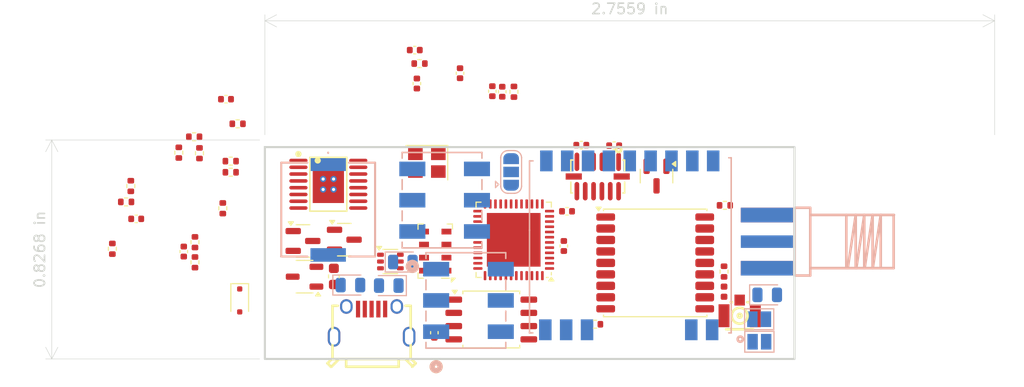
<source format=kicad_pcb>
(kicad_pcb (version 20241229) (generator "pcbnew") (generator_version "9.0")
  (layers (0 "F.Cu" signal) (4 "In1.Cu" signal) (6 "In2.Cu" signal) (2 "B.Cu" signal) (13 "F.Paste" user) (15 "B.Paste" user) (5 "F.SilkS" user "F.Silkscreen") (7 "B.SilkS" user "B.Silkscreen") (1 "F.Mask" user) (3 "B.Mask" user) (25 "Edge.Cuts" user))
  (net 0 "")
  (net 1 "GND")
  (net 2 "Net-(AE1-A)")
  (net 3 "+BATT")
  (net 4 "+3V3")
  (net 5 "/XIN")
  (net 6 "Net-(U1-VDDCORE)")
  (net 7 "/XOUT")
  (net 8 "Net-(AE2-A)")
  (net 9 "Net-(D5-A)")
  (net 10 "Net-(D5-K)")
  (net 11 "Net-(L1-Pad1)")
  (net 12 "Net-(U6-V_BCKP)")
  (net 18 "Net-(D1-A)")
  (net 19 "VBUS")
  (net 20 "Net-(D2-K)")
  (net 21 "/led_red")
  (net 22 "Net-(D3-K)")
  (net 23 "Net-(D4-K)")
  (net 24 "/led_green")
  (net 26 "/BATT POSTSW")
  (net 27 "/fet_a")
  (net 29 "/USB_D-")
  (net 30 "/USB_D+")
  (net 32 "/swclk")
  (net 33 "/reset_n")
  (net 34 "/swdio")
  (net 35 "Net-(R15-Pad1)")
  (net 36 "/ATSAM D+")
  (net 37 "/ATSAM D-")
  (net 38 "/fire_a")
  (net 39 "Net-(R17-Pad1)")
  (net 40 "/fire_b")
  (net 41 "/sense_a")
  (net 42 "/v_batt")
  (net 43 "/radio_marc_int")
  (net 44 "/rx1")
  (net 45 "/tx1")
  (net 46 "/cs_comp_1")
  (net 47 "/accel_int1")
  (net 48 "/accel_int2")
  (net 49 "/sense_b")
  (net 51 "/cs_accel")
  (net 52 "/mosi5")
  (net 53 "/sck0")
  (net 54 "/beeper")
  (net 55 "/cs_radio")
  (net 57 "/cs_flash")
  (net 58 "/cs_comp_0")
  (net 59 "/mosi3")
  (net 60 "/sck5")
  (net 62 "/cs_pres")
  (net 63 "/sck3")
  (net 64 "/miso0")
  (net 65 "/radio_int")
  (net 66 "/miso3")
  (net 67 "/miso5")
  (net 68 "/mosi0")
  (net 69 "Net-(JP2-C)")
  (net 74 "/VCC_RF")
  (net 75 "/fet_b")
  (net 76 "Net-(U9-CL)")
  (footprint "Diode_SMD:D_SOD-323F" (layer "F.Cu") (at 128.8034 105.9434 -90)
    (property "Reference" "D2" (hide yes))
    (property "Value" "D_Schottky")
    (pad "1" smd roundrect (at -1.1 0 270) (size 0.5 0.5) (layers "F.Cu" "F.Mask" "F.Paste") (net 20 "Net-(D2-K)"))
    (pad "2" smd roundrect (at 1.1 0 270) (size 0.5 0.5) (layers "F.Cu" "F.Mask" "F.Paste") (net 19 "VBUS"))
  )
  (footprint "Capacitor_SMD:C_0402_1005Metric" (layer "F.Cu") (at 160.1978 97.393)
    (property "Reference" "C8" (hide yes))
    (property "Value" "100n")
    (pad "1" smd roundrect (at -0.48 0) (size 0.56 0.62) (layers "F.Cu" "F.Mask" "F.Paste") (net 4 "+3V3"))
    (pad "2" smd roundrect (at 0.48 0) (size 0.56 0.62) (layers "F.Cu" "F.Mask" "F.Paste") (net 1 "GND"))
  )
  (footprint "Crystal:Crystal_SMD_3225-4Pin_3.2x2.5mm" (layer "F.Cu") (at 146.7534 92.733 180)
    (property "Reference" "Y1" (hide yes))
    (property "Value" "X322516MLB4SI")
    (pad "1" smd rect (at -1.1 0.85 180) (size 1.4 1.2) (layers "F.Cu" "F.Mask" "F.Paste") (net 5 "/XIN"))
    (pad "2" smd rect (at 1.1 0.85 180) (size 1.4 1.2) (layers "F.Cu" "F.Mask" "F.Paste") (net 1 "GND"))
    (pad "3" smd rect (at 1.1 -0.85 180) (size 1.4 1.2) (layers "F.Cu" "F.Mask" "F.Paste") (net 7 "/XOUT"))
    (pad "4" smd rect (at -1.1 -0.85 180) (size 1.4 1.2) (layers "F.Cu" "F.Mask" "F.Paste") (net 1 "GND"))
  )
  (footprint "Resistor_SMD:R_0402_1005Metric" (layer "F.Cu") (at 127.1804 97.1042 -90)
    (property "Reference" "R20" (hide yes))
    (property "Value" "100k")
    (pad "1" smd roundrect (at -0.51 0 270) (size 0.54 0.64) (layers "F.Cu" "F.Mask" "F.Paste") (net 3 "+BATT"))
    (pad "2" smd roundrect (at 0.51 0 270) (size 0.54 0.64) (layers "F.Cu" "F.Mask" "F.Paste") (net 75 "/fet_b"))
  )
  (footprint "Package_SO:SOIC-8_5.23x5.23mm_P1.27mm" (layer "F.Cu") (at 152.9334 107.7722)
    (property "Reference" "U3" (hide yes))
    (property "Value" "W25Q128JVS")
    (pad "1" smd roundrect (at -3.6 -1.905) (size 1.6 0.6) (layers "F.Cu" "F.Mask" "F.Paste") (net 57 "/cs_flash"))
    (pad "2" smd roundrect (at -3.6 -0.635) (size 1.6 0.6) (layers "F.Cu" "F.Mask" "F.Paste") (net 67 "/miso5"))
    (pad "3" smd roundrect (at -3.6 0.635) (size 1.6 0.6) (layers "F.Cu" "F.Mask" "F.Paste") (net 4 "+3V3"))
    (pad "4" smd roundrect (at -3.6 1.905) (size 1.6 0.6) (layers "F.Cu" "F.Mask" "F.Paste") (net 4 "+3V3"))
    (pad "5" smd roundrect (at 3.6 1.905) (size 1.6 0.6) (layers "F.Cu" "F.Mask" "F.Paste") (net 52 "/mosi5"))
    (pad "6" smd roundrect (at 3.6 0.635) (size 1.6 0.6) (layers "F.Cu" "F.Mask" "F.Paste") (net 60 "/sck5"))
    (pad "7" smd roundrect (at 3.6 -0.635) (size 1.6 0.6) (layers "F.Cu" "F.Mask" "F.Paste") (net 4 "+3V3"))
    (pad "8" smd roundrect (at 3.6 -1.905) (size 1.6 0.6) (layers "F.Cu" "F.Mask" "F.Paste") (net 4 "+3V3"))
  )
  (footprint "Resistor_SMD:R_0402_1005Metric" (layer "F.Cu") (at 162.8882 108.2294 180)
    (property "Reference" "R7" (hide yes))
    (property "Value" "56k")
    (pad "1" smd roundrect (at -0.51 0 180) (size 0.54 0.64) (layers "F.Cu" "F.Mask" "F.Paste") (net 12 "Net-(U6-V_BCKP)"))
    (pad "2" smd roundrect (at 0.51 0 180) (size 0.54 0.64) (layers "F.Cu" "F.Mask" "F.Paste") (net 3 "+BATT"))
  )
  (footprint "Capacitor_SMD:C_0402_1005Metric" (layer "F.Cu") (at 147.4724 109.0422 90)
    (property "Reference" "C14" (hide yes))
    (property "Value" "100n")
    (pad "1" smd roundrect (at -0.48 0 90) (size 0.56 0.62) (layers "F.Cu" "F.Mask" "F.Paste") (net 4 "+3V3"))
    (pad "2" smd roundrect (at 0.48 0 90) (size 0.56 0.62) (layers "F.Cu" "F.Mask" "F.Paste") (net 1 "GND"))
  )
  (footprint "Package_TO_SOT_SMD:SOT-23-3" (layer "F.Cu") (at 135.0217 103.6666 180)
    (property "Reference" "U8" (hide yes))
    (property "Value" "XC6206P332MR")
    (pad "1" smd roundrect (at -1.1375 -0.95 180) (size 1.325 0.6) (layers "F.Cu" "F.Mask" "F.Paste") (net 1 "GND"))
    (pad "2" smd roundrect (at -1.1375 0.95 180) (size 1.325 0.6) (layers "F.Cu" "F.Mask" "F.Paste") (net 3 "+BATT"))
    (pad "3" smd roundrect (at 1.1375 0 180) (size 1.325 0.6) (layers "F.Cu" "F.Mask" "F.Paste") (net 4 "+3V3"))
  )
  (footprint "Resistor_SMD:R_0402_1005Metric" (layer "F.Cu") (at 122.9614 91.7702 -90)
    (property "Reference" "R19" (hide yes))
    (property "Value" "100k")
    (pad "1" smd roundrect (at -0.51 0 270) (size 0.54 0.64) (layers "F.Cu" "F.Mask" "F.Paste") (net 3 "+BATT"))
    (pad "2" smd roundrect (at 0.51 0 270) (size 0.54 0.64) (layers "F.Cu" "F.Mask" "F.Paste") (net 27 "/fet_a"))
  )
  (footprint "Capacitor_SMD:C_0402_1005Metric" (layer "F.Cu") (at 164.719 91.0938 180)
    (property "Reference" "C13" (hide yes))
    (property "Value" "100n")
    (pad "1" smd roundrect (at -0.48 0 180) (size 0.56 0.62) (layers "F.Cu" "F.Mask" "F.Paste") (net 4 "+3V3"))
    (pad "2" smd roundrect (at 0.48 0 180) (size 0.56 0.62) (layers "F.Cu" "F.Mask" "F.Paste") (net 1 "GND"))
  )
  (footprint "Resistor_SMD:R_0402_1005Metric" (layer "F.Cu") (at 124.9426 91.821 90)
    (property "Reference" "R15" (hide yes))
    (property "Value" "100k")
    (pad "1" smd roundrect (at -0.51 0 90) (size 0.54 0.64) (layers "F.Cu" "F.Mask" "F.Paste") (net 35 "Net-(R15-Pad1)"))
    (pad "2" smd roundrect (at 0.51 0 90) (size 0.54 0.64) (layers "F.Cu" "F.Mask" "F.Paste") (net 41 "/sense_a"))
  )
  (footprint "Resistor_SMD:R_0402_1005Metric" (layer "F.Cu") (at 155.1072 85.929 -90)
    (property "Reference" "R4" (hide yes))
    (property "Value" "1k")
    (pad "1" smd roundrect (at -0.51 0 270) (size 0.54 0.64) (layers "F.Cu" "F.Mask" "F.Paste") (net 1 "GND"))
    (pad "2" smd roundrect (at 0.51 0 270) (size 0.54 0.64) (layers "F.Cu" "F.Mask" "F.Paste") (net 22 "Net-(D3-K)"))
  )
  (footprint "Resistor_SMD:R_0402_1005Metric" (layer "F.Cu") (at 116.586 100.9904 90)
    (property "Reference" "R25" (hide yes))
    (property "Value" "1k")
    (pad "1" smd roundrect (at -0.51 0 90) (size 0.54 0.64) (layers "F.Cu" "F.Mask" "F.Paste") (net 1 "GND"))
    (pad "2" smd roundrect (at 0.51 0 90) (size 0.54 0.64) (layers "F.Cu" "F.Mask" "F.Paste") (net 76 "Net-(U9-CL)"))
  )
  (footprint "Capacitor_SMD:C_0402_1005Metric" (layer "F.Cu") (at 123.4374 101.2556 -90)
    (property "Reference" "C1" (hide yes))
    (property "Value" "1u")
    (pad "1" smd roundrect (at -0.48 0 270) (size 0.56 0.62) (layers "F.Cu" "F.Mask" "F.Paste") (net 3 "+BATT"))
    (pad "2" smd roundrect (at 0.48 0 270) (size 0.56 0.62) (layers "F.Cu" "F.Mask" "F.Paste") (net 1 "GND"))
  )
  (footprint "Resistor_SMD:R_0402_1005Metric" (layer "F.Cu") (at 175.3382 96.8248)
    (property "Reference" "R6" (hide yes))
    (property "Value" "1k")
    (pad "1" smd roundrect (at -0.51 0) (size 0.54 0.64) (layers "F.Cu" "F.Mask" "F.Paste") (net 1 "GND"))
    (pad "2" smd roundrect (at 0.51 0) (size 0.54 0.64) (layers "F.Cu" "F.Mask" "F.Paste") (net 10 "Net-(D5-K)"))
  )
  (footprint "Package_TO_SOT_SMD:SOT-23" (layer "F.Cu") (at 138.8342 100.1166)
    (property "Reference" "Q1" (hide yes))
    (property "Value" "AO3401A")
    (pad "1" smd roundrect (at -0.9375 -0.95) (size 1.475 0.6) (layers "F.Cu" "F.Mask" "F.Paste") (net 19 "VBUS"))
    (pad "2" smd roundrect (at -0.9375 0.95) (size 1.475 0.6) (layers "F.Cu" "F.Mask" "F.Paste") (net 20 "Net-(D2-K)"))
    (pad "3" smd roundrect (at 0.9375 0) (size 1.475 0.6) (layers "F.Cu" "F.Mask" "F.Paste") (net 26 "/BATT POSTSW"))
  )
  (footprint "Capacitor_SMD:C_0402_1005Metric" (layer "F.Cu") (at 145.796 85.1382 90)
    (property "Reference" "C4" (hide yes))
    (property "Value" "1u")
    (pad "1" smd roundrect (at -0.48 0 90) (size 0.56 0.62) (layers "F.Cu" "F.Mask" "F.Paste") (net 4 "+3V3"))
    (pad "2" smd roundrect (at 0.48 0 90) (size 0.56 0.62) (layers "F.Cu" "F.Mask" "F.Paste") (net 1 "GND"))
  )
  (footprint "Capacitor_SMD:C_0402_1005Metric" (layer "F.Cu") (at 127.4866 86.6412 180)
    (property "Reference" "C11" (hide yes))
    (property "Value" "12p")
    (pad "1" smd roundrect (at -0.48 0 180) (size 0.56 0.62) (layers "F.Cu" "F.Mask" "F.Paste") (net 7 "/XOUT"))
    (pad "2" smd roundrect (at 0.48 0 180) (size 0.56 0.62) (layers "F.Cu" "F.Mask" "F.Paste") (net 1 "GND"))
  )
  (footprint "Resistor_SMD:R_0402_1005Metric" (layer "F.Cu") (at 127.9398 92.583)
    (property "Reference" "R3" (hide yes))
    (property "Value" "33")
    (pad "1" smd roundrect (at -0.51 0) (size 0.54 0.64) (layers "F.Cu" "F.Mask" "F.Paste") (net 29 "/USB_D-"))
    (pad "2" smd roundrect (at 0.51 0) (size 0.54 0.64) (layers "F.Cu" "F.Mask" "F.Paste") (net 37 "/ATSAM D-"))
  )
  (footprint "Capacitor_SMD:C_0402_1005Metric" (layer "F.Cu") (at 145.5942 81.9304)
    (property "Reference" "C9" (hide yes))
    (property "Value" "12p")
    (pad "1" smd roundrect (at -0.48 0) (size 0.56 0.62) (layers "F.Cu" "F.Mask" "F.Paste") (net 5 "/XIN"))
    (pad "2" smd roundrect (at 0.48 0) (size 0.56 0.62) (layers "F.Cu" "F.Mask" "F.Paste") (net 1 "GND"))
  )
  (footprint "Package_TO_SOT_SMD:SOT-363_SC-70-6" (layer "F.Cu") (at 143.256 102.2116)
    (property "Reference" "U10" (hide yes))
    (property "Value" "74LVC2G14")
    (pad "1" smd roundrect (at -0.95 -0.65) (size 0.65 0.4) (layers "F.Cu" "F.Mask" "F.Paste") (net 27 "/fet_a"))
    (pad "2" smd roundrect (at -0.95 0) (size 0.65 0.4) (layers "F.Cu" "F.Mask" "F.Paste") (net 1 "GND"))
    (pad "3" smd roundrect (at -0.95 0.65) (size 0.65 0.4) (layers "F.Cu" "F.Mask" "F.Paste") (net 75 "/fet_b"))
    (pad "4" smd roundrect (at 0.95 0.65) (size 0.65 0.4) (layers "F.Cu" "F.Mask" "F.Paste") (net 39 "Net-(R17-Pad1)"))
    (pad "5" smd roundrect (at 0.95 0) (size 0.65 0.4) (layers "F.Cu" "F.Mask" "F.Paste") (net 3 "+BATT"))
    (pad "6" smd roundrect (at 0.95 -0.65) (size 0.65 0.4) (layers "F.Cu" "F.Mask" "F.Paste") (net 35 "Net-(R15-Pad1)"))
  )
  (footprint ".pretty:HTSSOP-16_L5.0-W4.4-P0.65-LS6.4-BL-EP-A" (layer "F.Cu") (at 137.3044 94.8008 -90)
    (property "Reference" "U9" (hide yes))
    (property "Value" "TPS2H160BQPWPRQ1")
    (pad "" thru_hole circle (at -0.5 -0.5 270) (size 0.61 0.61) (drill 0.3) (layers "*.Cu" "*.Paste" "*.Mask"))
    (pad "" thru_hole circle (at -0.5 0.5 270) (size 0.61 0.61) (drill 0.3) (layers "*.Cu" "*.Paste" "*.Mask"))
    (pad "" thru_hole circle (at 0.5 -0.5 270) (size 0.61 0.61) (drill 0.3) (layers "*.Cu" "*.Paste" "*.Mask"))
    (pad "" thru_hole circle (at 0.5 0.5 270) (size 0.61 0.61) (drill 0.3) (layers "*.Cu" "*.Paste" "*.Mask"))
    (pad "1" smd oval (at -2.28 2.87 270) (size 0.34 1.75) (layers "F.Cu" "F.Mask" "F.Paste") (net 40 "/fire_b"))
    (pad "2" smd oval (at -1.63 2.87 270) (size 0.34 1.75) (layers "F.Cu" "F.Mask" "F.Paste") (net 38 "/fire_a"))
    (pad "3" smd oval (at -0.98 2.87 270) (size 0.34 1.75) (layers "F.Cu" "F.Mask" "F.Paste"))
    (pad "4" smd oval (at -0.32 2.87 270) (size 0.34 1.75) (layers "F.Cu" "F.Mask" "F.Paste"))
    (pad "5" smd oval (at 0.33 2.87 270) (size 0.34 1.75) (layers "F.Cu" "F.Mask" "F.Paste"))
    (pad "6" smd oval (at 0.98 2.87 270) (size 0.34 1.75) (layers "F.Cu" "F.Mask" "F.Paste"))
    (pad "7" smd oval (at 1.63 2.87 270) (size 0.34 1.75) (layers "F.Cu" "F.Mask" "F.Paste") (net 76 "Net-(U9-CL)"))
    (pad "8" smd oval (at 2.28 2.87 270) (size 0.34 1.75) (layers "F.Cu" "F.Mask" "F.Paste") (net 1 "GND"))
    (pad "9" smd oval (at 2.28 -2.87 270) (size 0.34 1.75) (layers "F.Cu" "F.Mask" "F.Paste") (net 1 "GND"))
    (pad "10" smd oval (at 1.63 -2.87 270) (size 0.34 1.75) (layers "F.Cu" "F.Mask" "F.Paste"))
    (pad "11" smd oval (at 0.98 -2.87 270) (size 0.34 1.75) (layers "F.Cu" "F.Mask" "F.Paste") (net 75 "/fet_b"))
    (pad "12" smd oval (at 0.33 -2.87 270) (size 0.34 1.75) (layers "F.Cu" "F.Mask" "F.Paste") (net 75 "/fet_b"))
    (pad "13" smd oval (at -0.32 -2.87 270) (size 0.34 1.75) (layers "F.Cu" "F.Mask" "F.Paste") (net 3 "+BATT"))
    (pad "14" smd oval (at -0.98 -2.87 270) (size 0.34 1.75) (layers "F.Cu" "F.Mask" "F.Paste") (net 3 "+BATT"))
    (pad "15" smd oval (at -1.63 -2.87 270) (size 0.34 1.75) (layers "F.Cu" "F.Mask" "F.Paste") (net 27 "/fet_a"))
    (pad "16" smd oval (at -2.28 -2.87 270) (size 0.34 1.75) (layers "F.Cu" "F.Mask" "F.Paste") (net 27 "/fet_a"))
    (pad "17" smd rect (at 0 0 270) (size 3.6 3) (layers "F.Cu" "F.Mask" "F.Paste") (net 1 "GND"))
  )
  (footprint "Resistor_SMD:R_0402_1005Metric" (layer "F.Cu") (at 175.26 103.1748 90)
    (property "Reference" "R10" (hide yes))
    (property "Value" "10")
    (pad "1" smd roundrect (at -0.51 0 90) (size 0.54 0.64) (layers "F.Cu" "F.Mask" "F.Paste") (net 11 "Net-(L1-Pad1)"))
    (pad "2" smd roundrect (at 0.51 0 90) (size 0.54 0.64) (layers "F.Cu" "F.Mask" "F.Paste") (net 74 "/VCC_RF"))
  )
  (footprint "easyeda2kicad:MICRO-USB-SMD_U254-051T-4BHJ25-F2S" (layer "F.Cu") (at 141.4526 107.9754)
    (property "Reference" "J2" (hide yes))
    (property "Value" "USB_B_Micro")
    (pad "1" smd rect (at -1.3 -1.2) (size 0.4 1.6) (layers "F.Cu" "F.Mask" "F.Paste") (net 19 "VBUS"))
    (pad "2" smd rect (at -0.65 -1.2) (size 0.4 1.6) (layers "F.Cu" "F.Mask" "F.Paste") (net 29 "/USB_D-"))
    (pad "3" smd rect (at 0 -1.2) (size 0.4 1.6) (layers "F.Cu" "F.Mask" "F.Paste") (net 30 "/USB_D+"))
    (pad "4" smd rect (at 0.65 -1.2) (size 0.4 1.6) (layers "F.Cu" "F.Mask" "F.Paste"))
    (pad "5" smd rect (at 1.3 -1.21) (size 0.4 1.6) (layers "F.Cu" "F.Mask" "F.Paste") (net 1 "GND"))
    (pad "6" thru_hole oval (at 2.42 -1.45) (size 1.2 1.4) (drill oval 0.799998 0.999998) (layers "*.Cu" "*.Mask"))
    (pad "7" thru_hole oval (at -2.42 -1.45) (size 1.2 1.4) (drill oval 0.799998 0.999998) (layers "*.Cu" "*.Mask"))
    (pad "8" thru_hole oval (at -3.6 1.45) (size 1.2 1.9) (drill oval 0.799998 1.499997) (layers "*.Cu" "*.Mask"))
    (pad "9" thru_hole oval (at 3.6 1.45) (size 1.2 1.9) (drill oval 0.799998 1.499997) (layers "*.Cu" "*.Mask"))
  )
  (footprint "MountingHole:MountingHole_3.2mm_M3" (layer "F.Cu") (at 133.7818 108.8644)
    (property "Reference" "H1" (hide yes))
    (property "Value" "MountingHole")
    (pad "" np_thru_hole circle (at 0 0) (size 3.2 3.2) (drill 3.2) (layers "*.Cu" "*.Mask"))
  )
  (footprint "Resistor_SMD:R_0402_1005Metric" (layer "F.Cu") (at 118.3574 94.9696 -90)
    (property "Reference" "R23" (hide yes))
    (property "Value" "5.6k")
    (pad "1" smd roundrect (at -0.51 0 270) (size 0.54 0.64) (layers "F.Cu" "F.Mask" "F.Paste") (net 3 "+BATT"))
    (pad "2" smd roundrect (at 0.51 0 270) (size 0.54 0.64) (layers "F.Cu" "F.Mask" "F.Paste") (net 42 "/v_batt"))
  )
  (footprint "Capacitor_SMD:C_0402_1005Metric" (layer "F.Cu") (at 153.985 85.9248 -90)
    (property "Reference" "C10" (hide yes))
    (property "Value" "1u")
    (pad "1" smd roundrect (at -0.48 0 270) (size 0.56 0.62) (layers "F.Cu" "F.Mask" "F.Paste") (net 1 "GND"))
    (pad "2" smd roundrect (at 0.48 0 270) (size 0.56 0.62) (layers "F.Cu" "F.Mask" "F.Paste") (net 6 "Net-(U1-VDDCORE)"))
  )
  (footprint "Capacitor_SMD:C_0603_1608Metric" (layer "F.Cu") (at 137.8342 103.6416 -90)
    (property "Reference" "C3" (hide yes))
    (property "Value" "10u")
    (pad "1" smd roundrect (at -0.775 0 270) (size 0.9 0.95) (layers "F.Cu" "F.Mask" "F.Paste") (net 3 "+BATT"))
    (pad "2" smd roundrect (at 0.775 0 270) (size 0.9 0.95) (layers "F.Cu" "F.Mask" "F.Paste") (net 1 "GND"))
  )
  (footprint "Capacitor_SMD:C_0402_1005Metric" (layer "F.Cu") (at 153.035 85.8748 90)
    (property "Reference" "C6" (hide yes))
    (property "Value" "100n")
    (pad "1" smd roundrect (at -0.48 0 90) (size 0.56 0.62) (layers "F.Cu" "F.Mask" "F.Paste") (net 4 "+3V3"))
    (pad "2" smd roundrect (at 0.48 0 90) (size 0.56 0.62) (layers "F.Cu" "F.Mask" "F.Paste") (net 1 "GND"))
  )
  (footprint "Resistor_SMD:R_0402_1005Metric" (layer "F.Cu") (at 127.9398 93.6498)
    (property "Reference" "R2" (hide yes))
    (property "Value" "33")
    (pad "1" smd roundrect (at -0.51 0) (size 0.54 0.64) (layers "F.Cu" "F.Mask" "F.Paste") (net 30 "/USB_D+"))
    (pad "2" smd roundrect (at 0.51 0) (size 0.54 0.64) (layers "F.Cu" "F.Mask" "F.Paste") (net 36 "/ATSAM D+"))
  )
  (footprint "easyeda2kicad:LGA-14_L5.0-W3.0-P0.80-BL" (layer "F.Cu") (at 163.1442 94.0562 180)
    (property "Reference" "U4" (hide yes))
    (property "Value" "ADXL375BCCZ-RL7")
    (pad "1" smd oval (at -2 1.41 180) (size 0.45 1.77) (layers "F.Cu" "F.Mask" "F.Paste") (net 4 "+3V3"))
    (pad "2" smd oval (at -1.2 1.41 180) (size 0.45 1.77) (layers "F.Cu" "F.Mask" "F.Paste") (net 1 "GND"))
    (pad "3" smd oval (at -0.4 1.41 180) (size 0.45 1.77) (layers "F.Cu" "F.Mask" "F.Paste"))
    (pad "4" smd oval (at 0.4 1.41 180) (size 0.45 1.77) (layers "F.Cu" "F.Mask" "F.Paste") (net 1 "GND"))
    (pad "5" smd oval (at 1.2 1.41 180) (size 0.45 1.77) (layers "F.Cu" "F.Mask" "F.Paste") (net 1 "GND"))
    (pad "6" smd oval (at 2 1.41 180) (size 0.45 1.77) (layers "F.Cu" "F.Mask" "F.Paste") (net 4 "+3V3"))
    (pad "7" smd rect (at 2.3 0 180) (size 1.55 0.6) (layers "F.Cu" "F.Mask" "F.Paste") (net 51 "/cs_accel"))
    (pad "8" smd oval (at 2 -1.41 180) (size 0.45 1.77) (layers "F.Cu" "F.Mask" "F.Paste") (net 47 "/accel_int1"))
    (pad "9" smd oval (at 1.2 -1.41 180) (size 0.45 1.77) (layers "F.Cu" "F.Mask" "F.Paste") (net 48 "/accel_int2"))
    (pad "10" smd oval (at 0.4 -1.41 180) (size 0.45 1.77) (layers "F.Cu" "F.Mask" "F.Paste"))
    (pad "11" smd oval (at -0.4 -1.41 180) (size 0.45 1.77) (layers "F.Cu" "F.Mask" "F.Paste"))
    (pad "12" smd oval (at -1.2 -1.41 180) (size 0.45 1.77) (layers "F.Cu" "F.Mask" "F.Paste") (net 64 "/miso0"))
    (pad "13" smd oval (at -2 -1.41 180) (size 0.45 1.77) (layers "F.Cu" "F.Mask" "F.Paste") (net 68 "/mosi0"))
    (pad "14" smd rect (at -2.3 0 180) (size 1.55 0.6) (layers "F.Cu" "F.Mask" "F.Paste") (net 53 "/sck0"))
  )
  (footprint "Capacitor_SMD:C_0402_1005Metric" (layer "F.Cu") (at 161.5694 91.043)
    (property "Reference" "C12" (hide yes))
    (property "Value" "1u")
    (pad "1" smd roundrect (at -0.48 0) (size 0.56 0.62) (layers "F.Cu" "F.Mask" "F.Paste") (net 4 "+3V3"))
    (pad "2" smd roundrect (at 0.48 0) (size 0.56 0.62) (layers "F.Cu" "F.Mask" "F.Paste") (net 1 "GND"))
  )
  (footprint "Package_TO_SOT_SMD:SOT-23" (layer "F.Cu") (at 134.8717 100.2416)
    (property "Reference" "Q2" (hide yes))
    (property "Value" "AO3401A")
    (pad "1" smd roundrect (at -0.9375 -0.95) (size 1.475 0.6) (layers "F.Cu" "F.Mask" "F.Paste") (net 1 "GND"))
    (pad "2" smd roundrect (at -0.9375 0.95) (size 1.475 0.6) (layers "F.Cu" "F.Mask" "F.Paste") (net 3 "+BATT"))
    (pad "3" smd roundrect (at 0.9375 0) (size 1.475 0.6) (layers "F.Cu" "F.Mask" "F.Paste") (net 20 "Net-(D2-K)"))
  )
  (footprint "Package_LGA:LGA-8_3x5mm_P1.25mm" (layer "F.Cu") (at 147.5568 101.2144 180)
    (property "Reference" "U5" (hide yes))
    (property "Value" "MS5607-02BA")
    (pad "1" smd rect (at -1.075 -1.875 180) (size 0.95 0.55) (layers "F.Cu" "F.Mask" "F.Paste") (net 4 "+3V3"))
    (pad "2" smd rect (at -1.075 -0.625 180) (size 0.95 0.55) (layers "F.Cu" "F.Mask" "F.Paste") (net 1 "GND"))
    (pad "3" smd rect (at -1.075 0.625 180) (size 0.95 0.55) (layers "F.Cu" "F.Mask" "F.Paste") (net 1 "GND"))
    (pad "4" smd rect (at -1.075 1.875 180) (size 0.95 0.55) (layers "F.Cu" "F.Mask" "F.Paste") (net 62 "/cs_pres"))
    (pad "5" smd rect (at 1.075 1.875 180) (size 0.95 0.55) (layers "F.Cu" "F.Mask" "F.Paste") (net 62 "/cs_pres"))
    (pad "6" smd rect (at 1.075 0.625 180) (size 0.95 0.55) (layers "F.Cu" "F.Mask" "F.Paste") (net 66 "/miso3"))
    (pad "7" smd rect (at 1.075 -0.625 180) (size 0.95 0.55) (layers "F.Cu" "F.Mask" "F.Paste") (net 59 "/mosi3"))
    (pad "8" smd rect (at 1.075 -1.875 180) (size 0.95 0.55) (layers "F.Cu" "F.Mask" "F.Paste") (net 63 "/sck3"))
  )
  (footprint "Capacitor_SMD:C_0402_1005Metric" (layer "F.Cu") (at 118.8746 98.1202)
    (property "Reference" "C2" (hide yes))
    (property "Value" "1u")
    (pad "1" smd roundrect (at -0.48 0) (size 0.56 0.62) (layers "F.Cu" "F.Mask" "F.Paste") (net 4 "+3V3"))
    (pad "2" smd roundrect (at 0.48 0) (size 0.56 0.62) (layers "F.Cu" "F.Mask" "F.Paste") (net 1 "GND"))
  )
  (footprint "Resistor_SMD:R_0402_1005Metric" (layer "F.Cu") (at 124.5108 102.2878 90)
    (property "Reference" "R17" (hide yes))
    (property "Value" "100k")
    (pad "1" smd roundrect (at -0.51 0 90) (size 0.54 0.64) (layers "F.Cu" "F.Mask" "F.Paste") (net 39 "Net-(R17-Pad1)"))
    (pad "2" smd roundrect (at 0.51 0 90) (size 0.54 0.64) (layers "F.Cu" "F.Mask" "F.Paste") (net 49 "/sense_b"))
  )
  (footprint "Inductor_SMD:L_0402_1005Metric" (layer "F.Cu") (at 175.26 105.1052 -90)
    (property "Reference" "L1" (hide yes))
    (property "Value" "27n")
    (pad "1" smd roundrect (at -0.485 0 270) (size 0.59 0.64) (layers "F.Cu" "F.Mask" "F.Paste") (net 11 "Net-(L1-Pad1)"))
    (pad "2" smd roundrect (at 0.485 0 270) (size 0.59 0.64) (layers "F.Cu" "F.Mask" "F.Paste") (net 2 "Net-(AE1-A)"))
  )
  (footprint "RF_GPS:ublox_MAX" (layer "F.Cu") (at 168.6558 102.3444)
    (property "Reference" "U6" (hide yes))
    (property "Value" "MAX-M10S")
    (pad "1" smd roundrect (at -4.75 -4.4) (size 1.8 0.7) (layers "F.Cu" "F.Mask" "F.Paste") (net 1 "GND"))
    (pad "2" smd roundrect (at -4.75 -3.3) (size 1.8 0.8) (layers "F.Cu" "F.Mask" "F.Paste") (net 45 "/tx1"))
    (pad "3" smd roundrect (at -4.75 -2.2) (size 1.8 0.8) (layers "F.Cu" "F.Mask" "F.Paste") (net 44 "/rx1"))
    (pad "4" smd roundrect (at -4.75 -1.1) (size 1.8 0.8) (layers "F.Cu" "F.Mask" "F.Paste") (net 9 "Net-(D5-A)"))
    (pad "5" smd roundrect (at -4.75 0) (size 1.8 0.8) (layers "F.Cu" "F.Mask" "F.Paste"))
    (pad "6" smd roundrect (at -4.75 1.1) (size 1.8 0.8) (layers "F.Cu" "F.Mask" "F.Paste") (net 12 "Net-(U6-V_BCKP)"))
    (pad "7" smd roundrect (at -4.75 2.2) (size 1.8 0.8) (layers "F.Cu" "F.Mask" "F.Paste") (net 4 "+3V3"))
    (pad "8" smd roundrect (at -4.75 3.3) (size 1.8 0.8) (layers "F.Cu" "F.Mask" "F.Paste") (net 4 "+3V3"))
    (pad "9" smd roundrect (at -4.75 4.4) (size 1.8 0.7) (layers "F.Cu" "F.Mask" "F.Paste") (net 33 "/reset_n"))
    (pad "10" smd roundrect (at 4.75 4.4) (size 1.8 0.7) (layers "F.Cu" "F.Mask" "F.Paste") (net 1 "GND"))
    (pad "11" smd roundrect (at 4.75 3.3) (size 1.8 0.8) (layers "F.Cu" "F.Mask" "F.Paste") (net 2 "Net-(AE1-A)"))
    (pad "12" smd roundrect (at 4.75 2.2) (size 1.8 0.8) (layers "F.Cu" "F.Mask" "F.Paste") (net 1 "GND"))
    (pad "13" smd roundrect (at 4.75 1.1) (size 1.8 0.8) (layers "F.Cu" "F.Mask" "F.Paste"))
    (pad "14" smd roundrect (at 4.75 0) (size 1.8 0.8) (layers "F.Cu" "F.Mask" "F.Paste") (net 74 "/VCC_RF"))
    (pad "15" smd roundrect (at 4.75 -1.1) (size 1.8 0.8) (layers "F.Cu" "F.Mask" "F.Paste"))
    (pad "16" smd roundrect (at 4.75 -2.2) (size 1.8 0.8) (layers "F.Cu" "F.Mask" "F.Paste"))
    (pad "17" smd roundrect (at 4.75 -3.3) (size 1.8 0.8) (layers "F.Cu" "F.Mask" "F.Paste"))
    (pad "18" smd roundrect (at 4.75 -4.4) (size 1.8 0.7) (layers "F.Cu" "F.Mask" "F.Paste"))
  )
  (footprint ".pretty:ANT-SMD_1909763-1" (layer "F.Cu") (at 176.7586 106.6618)
    (property "Reference" "AE1" (hide yes))
    (property "Value" "IPEX")
    (pad "1" smd rect (at 0 -0.75 180) (size 1 1.05) (layers "F.Cu" "F.Mask" "F.Paste") (net 2 "Net-(AE1-A)"))
    (pad "2" smd rect (at -1.5 0.75 180) (size 1.05 2.2) (layers "F.Cu" "F.Mask" "F.Paste") (net 1 "GND"))
    (pad "2" smd rect (at 1.5 0.75 180) (size 1.05 2.2) (layers "F.Cu" "F.Mask" "F.Paste") (net 1 "GND"))
  )
  (footprint "Resistor_SMD:R_0402_1005Metric" (layer "F.Cu") (at 128.6022 89.0016)
    (property "Reference" "R1" (hide yes))
    (property "Value" "1k")
    (pad "1" smd roundrect (at -0.51 0) (size 0.54 0.64) (layers "F.Cu" "F.Mask" "F.Paste") (net 18 "Net-(D1-A)"))
    (pad "2" smd roundrect (at 0.51 0) (size 0.54 0.64) (layers "F.Cu" "F.Mask" "F.Paste") (net 4 "+3V3"))
  )
  (footprint "Capacitor_SMD:C_0402_1005Metric" (layer "F.Cu") (at 159.893 100.723 -90)
    (property "Reference" "C7" (hide yes))
    (property "Value" "100n")
    (pad "1" smd roundrect (at -0.48 0 270) (size 0.56 0.62) (layers "F.Cu" "F.Mask" "F.Paste") (net 4 "+3V3"))
    (pad "2" smd roundrect (at 0.48 0 270) (size 0.56 0.62) (layers "F.Cu" "F.Mask" "F.Paste") (net 1 "GND"))
  )
  (footprint "Resistor_SMD:R_0402_1005Metric" (layer "F.Cu") (at 146.0514 83.224)
    (property "Reference" "R5" (hide yes))
    (property "Value" "1k")
    (pad "1" smd roundrect (at -0.51 0) (size 0.54 0.64) (layers "F.Cu" "F.Mask" "F.Paste") (net 1 "GND"))
    (pad "2" smd roundrect (at 0.51 0) (size 0.54 0.64) (layers "F.Cu" "F.Mask" "F.Paste") (net 23 "Net-(D4-K)"))
  )
  (footprint "Package_TO_SOT_SMD:SOT-23" (layer "F.Cu") (at 168.783 94.0171 -90)
    (property "Reference" "U7" (hide yes))
    (property "Value" "MCP130-315")
    (pad "1" smd roundrect (at -0.9375 -0.95 270) (size 1.475 0.6) (layers "F.Cu" "F.Mask" "F.Paste") (net 33 "/reset_n"))
    (pad "2" smd roundrect (at -0.9375 0.95 270) (size 1.475 0.6) (layers "F.Cu" "F.Mask" "F.Paste") (net 4 "+3V3"))
    (pad "3" smd roundrect (at 0.9375 0 270) (size 1.475 0.6) (layers "F.Cu" "F.Mask" "F.Paste") (net 1 "GND"))
  )
  (footprint "Capacitor_SMD:C_0402_1005Metric" (layer "F.Cu") (at 149.9362 84.1502 90)
    (property "Reference" "C5" (hide yes))
    (property "Value" "100n")
    (pad "1" smd roundrect (at -0.48 0 90) (size 0.56 0.62) (layers "F.Cu" "F.Mask" "F.Paste") (net 4 "+3V3"))
    (pad "2" smd roundrect (at 0.48 0 90) (size 0.56 0.62) (layers "F.Cu" "F.Mask" "F.Paste") (net 1 "GND"))
  )
  (footprint "Resistor_SMD:R_0402_1005Metric" (layer "F.Cu") (at 124.5108 100.3574 -90)
    (property "Reference" "R18" (hide yes))
    (property "Value" "27k")
    (pad "1" smd roundrect (at -0.51 0 270) (size 0.54 0.64) (layers "F.Cu" "F.Mask" "F.Paste") (net 1 "GND"))
    (pad "2" smd roundrect (at 0.51 0 270) (size 0.54 0.64) (layers "F.Cu" "F.Mask" "F.Paste") (net 49 "/sense_b"))
  )
  (footprint "Resistor_SMD:R_0402_1005Metric" (layer "F.Cu") (at 124.4346 90.2462)
    (property "Reference" "R16" (hide yes))
    (property "Value" "27k")
    (pad "1" smd roundrect (at -0.51 0) (size 0.54 0.64) (layers "F.Cu" "F.Mask" "F.Paste") (net 1 "GND"))
    (pad "2" smd roundrect (at 0.51 0) (size 0.54 0.64) (layers "F.Cu" "F.Mask" "F.Paste") (net 41 "/sense_a"))
  )
  (footprint "Package_DFN_QFN:QFN-48-1EP_7x7mm_P0.5mm_EP5.15x5.15mm" (layer "F.Cu") (at 155.0839 100.1294 180)
    (property "Reference" "U1" (hide yes))
    (property "Value" "ATSAMD21G17A-M")
    (pad "1" smd roundrect (at -3.4375 -2.75 180) (size 0.875 0.25) (layers "F.Cu" "F.Mask" "F.Paste") (net 45 "/tx1"))
    (pad "2" smd roundrect (at -3.4375 -2.25 180) (size 0.875 0.25) (layers "F.Cu" "F.Mask" "F.Paste") (net 44 "/rx1"))
    (pad "3" smd roundrect (at -3.4375 -1.75 180) (size 0.875 0.25) (layers "F.Cu" "F.Mask" "F.Paste") (net 48 "/accel_int2"))
    (pad "4" smd roundrect (at -3.4375 -1.25 180) (size 0.875 0.25) (layers "F.Cu" "F.Mask" "F.Paste") (net 47 "/accel_int1"))
    (pad "5" smd roundrect (at -3.4375 -0.75 180) (size 0.875 0.25) (layers "F.Cu" "F.Mask" "F.Paste") (net 1 "GND"))
    (pad "6" smd roundrect (at -3.4375 -0.25 180) (size 0.875 0.25) (layers "F.Cu" "F.Mask" "F.Paste") (net 4 "+3V3"))
    (pad "7" smd roundrect (at -3.4375 0.25 180) (size 0.875 0.25) (layers "F.Cu" "F.Mask" "F.Paste") (net 65 "/radio_int"))
    (pad "8" smd roundrect (at -3.4375 0.75 180) (size 0.875 0.25) (layers "F.Cu" "F.Mask" "F.Paste") (net 43 "/radio_marc_int"))
    (pad "9" smd roundrect (at -3.4375 1.25 180) (size 0.875 0.25) (layers "F.Cu" "F.Mask" "F.Paste") (net 68 "/mosi0"))
    (pad "10" smd roundrect (at -3.4375 1.75 180) (size 0.875 0.25) (layers "F.Cu" "F.Mask" "F.Paste") (net 53 "/sck0"))
    (pad "11" smd roundrect (at -3.4375 2.25 180) (size 0.875 0.25) (layers "F.Cu" "F.Mask" "F.Paste") (net 64 "/miso0"))
    (pad "12" smd roundrect (at -3.4375 2.75 180) (size 0.875 0.25) (layers "F.Cu" "F.Mask" "F.Paste") (net 55 "/cs_radio"))
    (pad "13" smd roundrect (at -2.75 3.4375 180) (size 0.25 0.875) (layers "F.Cu" "F.Mask" "F.Paste") (net 51 "/cs_accel"))
    (pad "14" smd roundrect (at -2.25 3.4375 180) (size 0.25 0.875) (layers "F.Cu" "F.Mask" "F.Paste") (net 42 "/v_batt"))
    (pad "15" smd roundrect (at -1.75 3.4375 180) (size 0.25 0.875) (layers "F.Cu" "F.Mask" "F.Paste") (net 41 "/sense_a"))
    (pad "16" smd roundrect (at -1.25 3.4375 180) (size 0.25 0.875) (layers "F.Cu" "F.Mask" "F.Paste") (net 49 "/sense_b"))
    (pad "17" smd roundrect (at -0.75 3.4375 180) (size 0.25 0.875) (layers "F.Cu" "F.Mask" "F.Paste") (net 4 "+3V3"))
    (pad "18" smd roundrect (at -0.25 3.4375 180) (size 0.25 0.875) (layers "F.Cu" "F.Mask" "F.Paste") (net 1 "GND"))
    (pad "19" smd roundrect (at 0.25 3.4375 180) (size 0.25 0.875) (layers "F.Cu" "F.Mask" "F.Paste") (net 21 "/led_red"))
    (pad "20" smd roundrect (at 0.75 3.4375 180) (size 0.25 0.875) (layers "F.Cu" "F.Mask" "F.Paste") (net 24 "/led_green"))
    (pad "21" smd roundrect (at 1.25 3.4375 180) (size 0.25 0.875) (layers "F.Cu" "F.Mask" "F.Paste") (net 46 "/cs_comp_1"))
    (pad "22" smd roundrect (at 1.75 3.4375 180) (size 0.25 0.875) (layers "F.Cu" "F.Mask" "F.Paste") (net 58 "/cs_comp_0"))
    (pad "23" smd roundrect (at 2.25 3.4375 180) (size 0.25 0.875) (layers "F.Cu" "F.Mask" "F.Paste") (net 5 "/XIN"))
    (pad "24" smd roundrect (at 2.75 3.4375 180) (size 0.25 0.875) (layers "F.Cu" "F.Mask" "F.Paste") (net 7 "/XOUT"))
    (pad "25" smd roundrect (at 3.4375 2.75 180) (size 0.875 0.25) (layers "F.Cu" "F.Mask" "F.Paste") (net 54 "/beeper"))
    (pad "26" smd roundrect (at 3.4375 2.25 180) (size 0.875 0.25) (layers "F.Cu" "F.Mask" "F.Paste"))
    (pad "27" smd roundrect (at 3.4375 1.75 180) (size 0.875 0.25) (layers "F.Cu" "F.Mask" "F.Paste") (net 40 "/fire_b"))
    (pad "28" smd roundrect (at 3.4375 1.25 180) (size 0.875 0.25) (layers "F.Cu" "F.Mask" "F.Paste") (net 38 "/fire_a"))
    (pad "29" smd roundrect (at 3.4375 0.75 180) (size 0.875 0.25) (layers "F.Cu" "F.Mask" "F.Paste") (net 66 "/miso3"))
    (pad "30" smd roundrect (at 3.4375 0.25 180) (size 0.875 0.25) (layers "F.Cu" "F.Mask" "F.Paste") (net 62 "/cs_pres"))
    (pad "31" smd roundrect (at 3.4375 -0.25 180) (size 0.875 0.25) (layers "F.Cu" "F.Mask" "F.Paste") (net 59 "/mosi3"))
    (pad "32" smd roundrect (at 3.4375 -0.75 180) (size 0.875 0.25) (layers "F.Cu" "F.Mask" "F.Paste") (net 63 "/sck3"))
    (pad "33" smd roundrect (at 3.4375 -1.25 180) (size 0.875 0.25) (layers "F.Cu" "F.Mask" "F.Paste") (net 37 "/ATSAM D-"))
    (pad "34" smd roundrect (at 3.4375 -1.75 180) (size 0.875 0.25) (layers "F.Cu" "F.Mask" "F.Paste") (net 36 "/ATSAM D+"))
    (pad "35" smd roundrect (at 3.4375 -2.25 180) (size 0.875 0.25) (layers "F.Cu" "F.Mask" "F.Paste") (net 1 "GND"))
    (pad "36" smd roundrect (at 3.4375 -2.75 180) (size 0.875 0.25) (layers "F.Cu" "F.Mask" "F.Paste") (net 4 "+3V3"))
    (pad "37" smd roundrect (at 2.75 -3.4375 180) (size 0.25 0.875) (layers "F.Cu" "F.Mask" "F.Paste") (net 52 "/mosi5"))
    (pad "38" smd roundrect (at 2.25 -3.4375 180) (size 0.25 0.875) (layers "F.Cu" "F.Mask" "F.Paste") (net 60 "/sck5"))
    (pad "39" smd roundrect (at 1.75 -3.4375 180) (size 0.25 0.875) (layers "F.Cu" "F.Mask" "F.Paste") (net 57 "/cs_flash"))
    (pad "40" smd roundrect (at 1.25 -3.4375 180) (size 0.25 0.875) (layers "F.Cu" "F.Mask" "F.Paste") (net 33 "/reset_n"))
    (pad "41" smd roundrect (at 0.75 -3.4375 180) (size 0.25 0.875) (layers "F.Cu" "F.Mask" "F.Paste"))
    (pad "42" smd roundrect (at 0.25 -3.4375 180) (size 0.25 0.875) (layers "F.Cu" "F.Mask" "F.Paste") (net 1 "GND"))
    (pad "43" smd roundrect (at -0.25 -3.4375 180) (size 0.25 0.875) (layers "F.Cu" "F.Mask" "F.Paste") (net 6 "Net-(U1-VDDCORE)"))
    (pad "44" smd roundrect (at -0.75 -3.4375 180) (size 0.25 0.875) (layers "F.Cu" "F.Mask" "F.Paste") (net 4 "+3V3"))
    (pad "45" smd roundrect (at -1.25 -3.4375 180) (size 0.25 0.875) (layers "F.Cu" "F.Mask" "F.Paste") (net 34 "/swdio"))
    (pad "46" smd roundrect (at -1.75 -3.4375 180) (size 0.25 0.875) (layers "F.Cu" "F.Mask" "F.Paste") (net 32 "/swclk"))
    (pad "47" smd roundrect (at -2.25 -3.4375 180) (size 0.25 0.875) (layers "F.Cu" "F.Mask" "F.Paste"))
    (pad "48" smd roundrect (at -2.75 -3.4375 180) (size 0.25 0.875) (layers "F.Cu" "F.Mask" "F.Paste") (net 67 "/miso5"))
    (pad "49" smd rect (at 0 0 180) (size 5.15 5.15) (property pad_prop_heatsink) (layers "F.Cu" "F.Mask") (net 1 "GND"))
  )
  (footprint "Resistor_SMD:R_0402_1005Metric" (layer "F.Cu") (at 117.9074 96.4946 180)
    (property "Reference" "R24" (hide yes))
    (property "Value" "10k")
    (pad "1" smd roundrect (at -0.51 0 180) (size 0.54 0.64) (layers "F.Cu" "F.Mask" "F.Paste") (net 42 "/v_batt"))
    (pad "2" smd roundrect (at 0.51 0 180) (size 0.54 0.64) (layers "F.Cu" "F.Mask" "F.Paste") (net 1 "GND"))
  )
  (footprint "LED_SMD:LED_0805_2012Metric" (layer "B.Cu") (at 179.4002 105.41)
    (property "Reference" "D5" (hide yes))
    (property "Value" "LED")
    (pad "1" smd roundrect (at -0.9375 0) (size 0.975 1.4) (layers "B.Cu" "B.Mask" "B.Paste") (net 10 "Net-(D5-K)"))
    (pad "2" smd roundrect (at 0.9375 0) (size 0.975 1.4) (layers "B.Cu" "B.Mask" "B.Paste") (net 9 "Net-(D5-A)"))
  )
  (footprint "Jumper:SolderJumper-2_P1.3mm_Open_Pad1.0x1.5mm" (layer "B.Cu") (at 178.6486 109.9058)
    (property "Reference" "J5" (hide yes))
    (property "Value" "Conn_01x02")
    (pad "1" smd rect (at -0.65 0) (size 1 1.5) (layers "B.Cu" "B.Mask") (net 33 "/reset_n"))
    (pad "2" smd rect (at 0.65 0) (size 1 1.5) (layers "B.Cu" "B.Mask") (net 34 "/swdio"))
  )
  (footprint "SamacSys_Parts:PKMCS0909E4000R1" (layer "B.Cu") (at 137.287 97.2312 -90)
    (property "Reference" "BZ1" (hide yes))
    (property "Value" "Buzzer" (hide yes))
    (pad "1" smd rect (at -4.35 0 270) (size 1.3 3.4) (layers "B.Cu" "B.Mask" "B.Paste") (net 54 "/beeper"))
    (pad "2" smd rect (at 4.35 0 270) (size 1.3 3.4) (layers "B.Cu" "B.Mask" "B.Paste") (net 1 "GND"))
  )
  (footprint ".pretty:CONN-SMD_KH-SMA-KE8-G" (layer "B.Cu") (at 179.3695 100.3046 90)
    (property "Reference" "AE2" (hide yes))
    (property "Value" "SMA")
    (pad "1" smd rect (at 0 0 90) (size 1.2 5) (layers "B.Cu" "B.Mask" "B.Paste") (net 8 "Net-(AE2-A)"))
    (pad "2" smd rect (at -2.55 0 90) (size 1.4 5) (layers "F.Cu" "F.Mask" "F.Paste") (net 1 "GND"))
    (pad "2" smd rect (at -2.55 0 90) (size 1.4 5) (layers "B.Cu" "B.Mask" "B.Paste") (net 1 "GND"))
    (pad "2" smd rect (at 2.55 0 90) (size 1.4 5) (layers "F.Cu" "F.Mask" "F.Paste") (net 1 "GND"))
    (pad "2" smd rect (at 2.55 0 90) (size 1.4 5) (layers "B.Cu" "B.Mask" "B.Paste") (net 1 "GND"))
  )
  (footprint ".pretty:N511 433" (layer "B.Cu") (at 166.116 100.6602 90)
    (property "Reference" "U11" (hide yes))
    (property "Value" "N511_433")
    (pad "1" smd rect (at -8.1 8 180) (size 1.2 2) (layers "B.Cu" "B.Mask" "B.Paste") (net 8 "Net-(AE2-A)"))
    (pad "2" smd rect (at -8.1 6 180) (size 1.2 2) (layers "B.Cu" "B.Mask" "B.Paste") (net 1 "GND"))
    (pad "3" smd rect (at -8.1 -4 180) (size 1.2 2) (layers "B.Cu" "B.Mask" "B.Paste") (net 1 "GND"))
    (pad "4" smd rect (at -8.1 -6 180) (size 1.2 2) (layers "B.Cu" "B.Mask" "B.Paste") (net 43 "/radio_marc_int"))
    (pad "5" smd rect (at -8.1 -8 180) (size 1.2 2) (layers "B.Cu" "B.Mask" "B.Paste") (net 33 "/reset_n"))
    (pad "6" smd rect (at 8.1 -7.9 180) (size 1.2 2) (layers "B.Cu" "B.Mask" "B.Paste") (net 69 "Net-(JP2-C)"))
    (pad "7" smd rect (at 8.1 -5.9 180) (size 1.2 2) (layers "B.Cu" "B.Mask" "B.Paste") (net 65 "/radio_int"))
    (pad "8" smd rect (at 8.1 -3.9 180) (size 1.2 2) (layers "B.Cu" "B.Mask" "B.Paste") (net 52 "/mosi5"))
    (pad "9" smd rect (at 8.1 -1.9 180) (size 1.2 2) (layers "B.Cu" "B.Mask" "B.Paste") (net 60 "/sck5"))
    (pad "10" smd rect (at 8.1 0.1 180) (size 1.2 2) (layers "B.Cu" "B.Mask" "B.Paste") (net 67 "/miso5"))
    (pad "11" smd rect (at 8.1 2.1 180) (size 1.2 2) (layers "B.Cu" "B.Mask" "B.Paste"))
    (pad "12" smd rect (at 8.1 4.1 180) (size 1.2 2) (layers "B.Cu" "B.Mask" "B.Paste") (net 55 "/cs_radio"))
    (pad "13" smd rect (at 8.1 6.1 180) (size 1.2 2) (layers "B.Cu" "B.Mask" "B.Paste") (net 4 "+3V3"))
    (pad "14" smd rect (at 8.1 8.1 180) (size 1.2 2) (layers "B.Cu" "B.Mask" "B.Paste") (net 1 "GND"))
  )
  (footprint "LED_SMD:LED_0805_2012Metric" (layer "B.Cu") (at 143.1013 104.521 180)
    (property "Reference" "D3" (hide yes))
    (property "Value" "LED")
    (pad "1" smd roundrect (at -0.9375 0 180) (size 0.975 1.4) (layers "B.Cu" "B.Mask" "B.Paste") (net 22 "Net-(D3-K)"))
    (pad "2" smd roundrect (at 0.9375 0 180) (size 0.975 1.4) (layers "B.Cu" "B.Mask" "B.Paste") (net 21 "/led_red"))
  )
  (footprint "Jumper:SolderJumper-2_P1.3mm_Open_Pad1.0x1.5mm" (layer "B.Cu") (at 178.6278 107.7468)
    (property "Reference" "J3" (hide yes))
    (property "Value" "Conn_01x02")
    (pad "1" smd rect (at -0.65 0) (size 1 1.5) (layers "B.Cu" "B.Mask") (net 32 "/swclk"))
    (pad "2" smd rect (at 0.65 0) (size 1 1.5) (layers "B.Cu" "B.Mask") (net 1 "GND"))
  )
  (footprint "footprints:CONN3_2059-303&slash_998-403_WAG" (layer "B.Cu") (at 148.210301 96.329502 90)
    (property "Reference" "J4" (hide yes))
    (property "Value" "Conn_01x03")
    (pad "1" smd rect (at -2.999998 -2.849999 90) (size 1.397 2.5) (layers "B.Cu" "B.Mask" "B.Paste") (net 1 "GND"))
    (pad "2" smd rect (at -2.999998 3.349998 90) (size 1.397 2.5) (layers "B.Cu" "B.Mask" "B.Paste") (net 1 "GND"))
    (pad "3" smd rect (at 0 -2.849999 90) (size 1.397 2.5) (layers "B.Cu" "B.Mask" "B.Paste") (net 1 "GND"))
    (pad "4" smd rect (at 0 3.349998 90) (size 1.397 2.5) (layers "B.Cu" "B.Mask" "B.Paste") (net 1 "GND"))
    (pad "5" smd rect (at 3 -2.849999 90) (size 1.397 2.5) (layers "B.Cu" "B.Mask" "B.Paste") (net 26 "/BATT POSTSW"))
    (pad "6" smd rect (at 3 3.349998 90) (size 1.397 2.5) (layers "B.Cu" "B.Mask" "B.Paste") (net 26 "/BATT POSTSW"))
  )
  (footprint "Jumper:SolderJumper-3_P1.3mm_Open_RoundedPad1.0x1.5mm" (layer "B.Cu") (at 154.8384 93.6198 90)
    (property "Reference" "JP2" (hide yes))
    (property "Value" "SolderJumper_3_Open")
    (pad "1" smd custom (at -1.3 0 90) (size 1 0.5) (layers "B.Cu" "B.Mask") (net 4 "+3V3") (options (clearance outline) (anchor rect)) (primitives (gr_circle (center 0 -0.25) (end 0.5 -0.25) (width 0) (fill yes)) (gr_circle (center 0 0.25) (end 0.5 0.25) (width 0) (fill yes)) (gr_poly (pts (xy 0.55 -0.75) (xy 0 -0.75) (xy 0 0.75) (xy 0.55 0.75)) (width 0) (fill yes))))
    (pad "2" smd rect (at 0 0 90) (size 1 1.5) (layers "B.Cu" "B.Mask") (net 69 "Net-(JP2-C)"))
    (pad "3" smd custom (at 1.3 0 90) (size 1 0.5) (layers "B.Cu" "B.Mask") (net 1 "GND") (options (clearance outline) (anchor rect)) (primitives (gr_circle (center 0 -0.25) (end 0.5 -0.25) (width 0) (fill yes)) (gr_circle (center 0 0.25) (end 0.5 0.25) (width 0) (fill yes)) (gr_poly (pts (xy 0 -0.75) (xy -0.55 -0.75) (xy -0.55 0.75) (xy 0 0.75)) (width 0) (fill yes))))
  )
  (footprint "LED_SMD:LED_0805_2012Metric" (layer "B.Cu") (at 139.4229 104.4702)
    (property "Reference" "D4" (hide yes))
    (property "Value" "LED")
    (pad "1" smd roundrect (at -0.9375 0) (size 0.975 1.4) (layers "B.Cu" "B.Mask" "B.Paste") (net 23 "Net-(D4-K)"))
    (pad "2" smd roundrect (at 0.9375 0) (size 0.975 1.4) (layers "B.Cu" "B.Mask" "B.Paste") (net 24 "/led_green"))
  )
  (footprint "MountingHole:MountingHole_3.2mm_M3" (layer "B.Cu") (at 179.832 93.1672 180)
    (property "Reference" "H2" (hide yes))
    (property "Value" "MountingHole")
    (pad "" np_thru_hole circle (at 0 0 180) (size 3.2 3.2) (drill 3.2) (layers "*.Cu" "*.Mask"))
  )
  (footprint "LED_SMD:LED_0805_2012Metric" (layer "B.Cu") (at 144.4498 102.2604)
    (property "Reference" "D1" (hide yes))
    (property "Value" "LED")
    (pad "1" smd roundrect (at -0.9375 0) (size 0.975 1.4) (layers "B.Cu" "B.Mask" "B.Paste") (net 1 "GND"))
    (pad "2" smd roundrect (at 0.9375 0) (size 0.975 1.4) (layers "B.Cu" "B.Mask" "B.Paste") (net 18 "Net-(D1-A)"))
  )
  (footprint "footprints:CONN3_2059-303&slash_998-403_WAG" (layer "B.Cu") (at 150.495 105.9434 90)
    (property "Reference" "J1" (hide yes))
    (property "Value" "Conn_01x03")
    (pad "1" smd rect (at -2.999998 -2.849999 90) (size 1.397 2.5) (layers "B.Cu" "B.Mask" "B.Paste") (net 27 "/fet_a"))
    (pad "2" smd rect (at -2.999998 3.349998 90) (size 1.397 2.5) (layers "B.Cu" "B.Mask" "B.Paste") (net 27 "/fet_a"))
    (pad "3" smd rect (at 0 -2.849999 90) (size 1.397 2.5) (layers "B.Cu" "B.Mask" "B.Paste") (net 1 "GND"))
    (pad "4" smd rect (at 0 3.349998 90) (size 1.397 2.5) (layers "B.Cu" "B.Mask" "B.Paste") (net 1 "GND"))
    (pad "5" smd rect (at 3 -2.849999 90) (size 1.397 2.5) (layers "B.Cu" "B.Mask" "B.Paste") (net 75 "/fet_b"))
    (pad "6" smd rect (at 3 3.349998 90) (size 1.397 2.5) (layers "B.Cu" "B.Mask" "B.Paste") (net 75 "/fet_b"))
  )
  (gr_rect (start 131.2164 91.2368) (end 182.0164 111.5568) (stroke (width 0.2)) (fill no) (layer "Edge.Cuts"))
  (dimension (type orthogonal) (layer "Edge.Cuts") (pts (xy 131.2164 90.5568) (xy 201.2164 90.5568)) (height -11.4318) (orientation 0) (format (prefix "") (suffix "") (units 0) (units_format 1) (precision 4)) (style (thickness 0.05) (arrow_length 1.27) (text_position_mode 0) (arrow_direction outward) (extension_height 0.58642) (extension_offset 0.5) (keep_text_aligned yes)) (gr_text "2.7559 in" (at 166.2164 77.975 0) (layer "Edge.Cuts") (effects (font (size 1 1) (thickness 0.15)))))
  (dimension (type orthogonal) (layer "Edge.Cuts") (pts (xy 131.2164 90.5568) (xy 131.2164 111.5568)) (height -20.4414) (orientation 1) (format (prefix "") (suffix "") (units 0) (units_format 1) (precision 4)) (style (thickness 0.05) (arrow_length 1.27) (text_position_mode 0) (arrow_direction outward) (extension_height 0.58642) (extension_offset 0.5) (keep_text_aligned yes)) (gr_text "0.8268 in" (at 109.625 101.0568 90) (layer "Edge.Cuts") (effects (font (size 1 1) (thickness 0.15)))))
)
</source>
